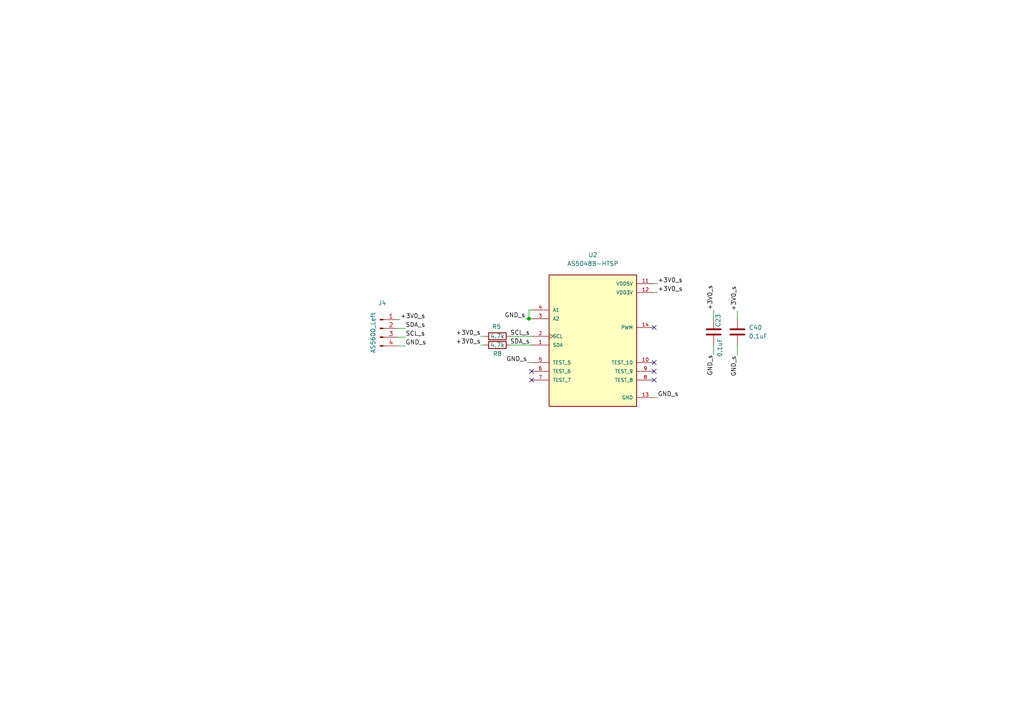
<source format=kicad_sch>
(kicad_sch (version 20211123) (generator eeschema)
  (paper "A4")
  (title_block (title "MUSHAK_PCB") (date "9 Aug 2022") (company "SRA-VJTI") (comment 1 "Designed by - Chinmay Lonkar"))
  (lib_symbols
    (symbol "AS5048B-HTSP:AS5048B-HTSP" (pin_names (offset 1.016))
      (property "Reference" "U" (at -12.7762 17.8816 0))
      (property "Value" "AS5048B-HTSP" (at -12.7762 -23.0124 0))
      (symbol "AS5048B-HTSP_0_0"
        (rectangle (start -12.7 -20.32) (end 12.7 17.78) (stroke (width 0.254)) (fill (type background)))
        (pin bidirectional line (at -17.78 -2.54 0) (length 5.08) (name "SDA") (number "1"))
        (pin passive line (at 17.78 -7.62 180) (length 5.08) (name "TEST_10") (number "10"))
        (pin power_in line (at 17.78 15.24 180) (length 5.08) (name "VDD5V") (number "11"))
        (pin power_in line (at 17.78 12.7 180) (length 5.08) (name "VDD3V") (number "12"))
        (pin power_in line (at 17.78 -17.78 180) (length 5.08) (name "GND") (number "13"))
        (pin output line (at 17.78 2.54 180) (length 5.08) (name "PWM") (number "14"))
        (pin input clock (at -17.78 0 0) (length 5.08) (name "SCL") (number "2"))
        (pin input line (at -17.78 5.08 0) (length 5.08) (name "A2") (number "3"))
        (pin input line (at -17.78 7.62 0) (length 5.08) (name "A1") (number "4"))
        (pin passive line (at -17.78 -7.62 0) (length 5.08) (name "TEST_5") (number "5"))
        (pin passive line (at -17.78 -10.16 0) (length 5.08) (name "TEST_6") (number "6"))
        (pin passive line (at -17.78 -12.7 0) (length 5.08) (name "TEST_7") (number "7"))
        (pin passive line (at 17.78 -12.7 180) (length 5.08) (name "TEST_8") (number "8"))
        (pin passive line (at 17.78 -10.16 180) (length 5.08) (name "TEST_9") (number "9"))
      )
    )
    (symbol "Connector:Conn_01x04_Male" (pin_names (offset 1.016) hide)
      (property "Reference" "J" (at 0 5.08 0))
      (property "Value" "Conn_01x04_Male" (at 0 -7.62 0))
      (symbol "Conn_01x04_Male_1_1"
        (polyline (pts (xy 1.27 -5.08) (xy 0.8636 -5.08)) (stroke (width 0.1524)))
        (polyline (pts (xy 1.27 -2.54) (xy 0.8636 -2.54)) (stroke (width 0.1524)))
        (polyline (pts (xy 1.27 0) (xy 0.8636 0)) (stroke (width 0.1524)))
        (polyline (pts (xy 1.27 2.54) (xy 0.8636 2.54)) (stroke (width 0.1524)))
        (rectangle (start 0.8636 -4.953) (end 0 -5.207) (stroke (width 0.1524)) (fill (type outline)))
        (rectangle (start 0.8636 -2.413) (end 0 -2.667) (stroke (width 0.1524)) (fill (type outline)))
        (rectangle (start 0.8636 0.127) (end 0 -0.127) (stroke (width 0.1524)) (fill (type outline)))
        (rectangle (start 0.8636 2.667) (end 0 2.413) (stroke (width 0.1524)) (fill (type outline)))
        (pin passive line (at 5.08 2.54 180) (length 3.81) (name "Pin_1") (number "1"))
        (pin passive line (at 5.08 0 180) (length 3.81) (name "Pin_2") (number "2"))
        (pin passive line (at 5.08 -2.54 180) (length 3.81) (name "Pin_3") (number "3"))
        (pin passive line (at 5.08 -5.08 180) (length 3.81) (name "Pin_4") (number "4"))
      )
    )
    (symbol "Device:C" (pin_numbers hide) (pin_names (offset 0.254))
      (property "Reference" "C" (at 0.635 2.54 0))
      (property "Value" "C" (at 0.635 -2.54 0))
      (symbol "C_0_1"
        (polyline (pts (xy -2.032 -0.762) (xy 2.032 -0.762)) (stroke (width 0.508)))
        (polyline (pts (xy -2.032 0.762) (xy 2.032 0.762)) (stroke (width 0.508)))
      )
      (symbol "C_1_1"
        (pin passive line (at 0 3.81 270) (length 2.794) (name "~") (number "1"))
        (pin passive line (at 0 -3.81 90) (length 2.794) (name "~") (number "2"))
      )
    )
    (symbol "Device:R" (pin_numbers hide) (pin_names (offset 0))
      (property "Reference" "R" (at 2.032 0 90))
      (property "Value" "R" (at 0 0 90))
      (symbol "R_0_1"
        (rectangle (start -1.016 -2.54) (end 1.016 2.54) (stroke (width 0.254)))
      )
      (symbol "R_1_1"
        (pin passive line (at 0 3.81 270) (length 1.27) (name "~") (number "1"))
        (pin passive line (at 0 -3.81 90) (length 1.27) (name "~") (number "2"))
      )
    )
  )
  (junction (at 153.416 92.456))
  (no_connect (at 189.738 110.236))
  (no_connect (at 189.738 94.996))
  (no_connect (at 189.738 107.696))
  (no_connect (at 154.178 110.236))
  (no_connect (at 189.738 105.156))
  (no_connect (at 154.178 107.696))
  (wire (pts (xy 140.462 97.536) (xy 139.446 97.536)))
  (wire (pts (xy 115.316 95.25) (xy 117.602 95.25)))
  (wire (pts (xy 153.416 92.456) (xy 154.178 92.456)))
  (wire (pts (xy 140.462 100.076) (xy 139.446 100.076)))
  (wire (pts (xy 115.316 97.79) (xy 117.602 97.79)))
  (wire (pts (xy 154.178 89.916) (xy 153.416 89.916)))
  (wire (pts (xy 207.01 89.916) (xy 207.01 92.456)))
  (wire (pts (xy 213.868 90.17) (xy 213.868 92.456)))
  (wire (pts (xy 148.082 100.076) (xy 154.178 100.076)))
  (wire (pts (xy 115.316 100.33) (xy 117.602 100.33)))
  (wire (pts (xy 148.082 97.536) (xy 154.178 97.536)))
  (wire (pts (xy 152.4 92.456) (xy 153.416 92.456)))
  (wire (pts (xy 153.416 89.916) (xy 153.416 92.456)))
  (wire (pts (xy 189.738 84.836) (xy 190.754 84.836)))
  (wire (pts (xy 213.868 100.076) (xy 213.868 103.124)))
  (wire (pts (xy 152.908 105.156) (xy 154.178 105.156)))
  (wire (pts (xy 207.01 100.076) (xy 207.01 102.87)))
  (wire (pts (xy 115.316 92.71) (xy 116.078 92.71)))
  (wire (pts (xy 189.738 82.296) (xy 190.754 82.296)))
  (wire (pts (xy 189.738 115.316) (xy 190.754 115.316)))
  (label "GND_s" (at 207.01 102.87 270))
  (label "+3V0_s" (at 190.754 82.296 0))
  (label "GND_s" (at 152.908 105.156 180))
  (label "GND_s" (at 213.868 103.124 270))
  (label "SDA_s" (at 117.602 95.25 0))
  (label "SDA_s" (at 153.67 100.076 180))
  (label "GND_s" (at 190.754 115.316 0))
  (label "GND_s" (at 152.4 92.456 180))
  (label "+3V0_s" (at 207.01 89.916 90))
  (label "+3V0_s" (at 190.754 84.836 0))
  (label "SCL_s" (at 153.67 97.536 180))
  (label "SCL_s" (at 117.602 97.79 0))
  (label "+3V0_s" (at 139.446 100.076 180))
  (label "+3V0_s" (at 116.078 92.71 0))
  (label "+3V0_s" (at 139.446 97.536 180))
  (label "+3V0_s" (at 213.868 90.17 90))
  (label "GND_s" (at 117.602 100.33 0))
  (symbol (lib_id "Device:C") (at 207.01 96.266 180) (unit 1)
    (property "Reference" "C23" (at 208.28 92.964 90))
    (property "Value" "0.1uF" (at 208.788 100.838 90))
    (property "Footprint" "Capacitor_SMD:C_0402_1005Metric" (effects hide))
  )
  (symbol (lib_id "Device:C") (at 213.868 96.266 0) (unit 1)
    (property "Reference" "C40" (at 217.17 94.9959 0) (effects (justify left)))
    (property "Value" "0.1uF" (at 217.17 97.5359 0) (effects (justify left)))
    (property "Footprint" "Capacitor_SMD:C_0402_1005Metric" (effects hide))
  )
  (symbol (lib_id "AS5048B-HTSP:AS5048B-HTSP") (at 171.958 97.536 0) (unit 1)
    (property "Reference" "U2" (at 171.958 73.914 0))
    (property "Value" "AS5048B-HTSP" (at 171.958 76.454 0))
    (property "Footprint" "AS5048B-HTSP:SOP65P640X120-14N" (effects hide))
    (property "PRICE" "None" (effects hide))
    (property "PARTREV" "1-11" (effects hide))
    (property "PACKAGE" "TSSOP-14 ams" (effects hide))
    (property "DESCRIPTION" "Ic Encoder Rotary 14-Tssop" (effects hide))
    (property "MF" "ams" (effects hide))
    (property "MP" "AS5048B-HTSP" (effects hide))
    (property "AVAILABILITY" "Unavailable" (effects hide))
    (property "STANDARD" "IPC-7351B" (effects hide))
  )
  (symbol (lib_id "Device:R") (at 144.272 100.076 90) (unit 1)
    (property "Reference" "R8" (at 144.272 102.616 90))
    (property "Value" "4.7k" (at 144.272 100.076 90))
    (property "Footprint" "Resistor_SMD:R_0402_1005Metric" (effects hide))
  )
  (symbol (lib_id "Connector:Conn_01x04_Male") (at 110.236 95.25 0) (unit 1)
    (property "Reference" "J4" (at 110.871 87.884 0))
    (property "Value" "AS5600_Left" (at 108.204 96.52 90))
    (property "Footprint" "mushak_mount_footprint:STAND_SLAVE_04" (effects hide))
  )
  (symbol (lib_id "Device:R") (at 144.272 97.536 90) (unit 1)
    (property "Reference" "R5" (at 144.018 94.742 90))
    (property "Value" "4.7k" (at 144.272 97.536 90))
    (property "Footprint" "Resistor_SMD:R_0402_1005Metric" (effects hide))
  )
)
</source>
